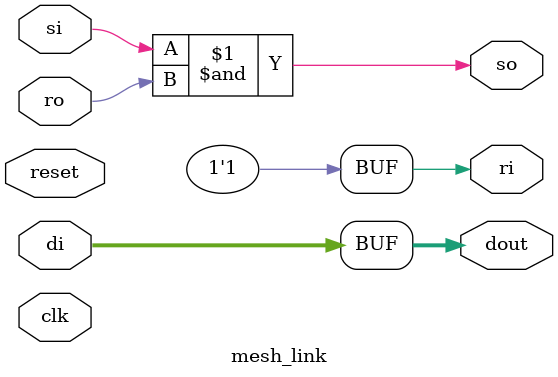
<source format=v>
`timescale 1ns/1ps
module mesh_link #(
  parameter integer WIDTH = 64
)(
  input  wire             clk,
  input  wire             reset,
  input  wire [WIDTH-1:0] di,
  input  wire             si,
  output wire             ri,
  output wire [WIDTH-1:0] dout,
  output wire             so,
  input  wire             ro
);
// TODO: simple 1-deep buffer placeholder
assign ri = 1'b1;
assign so = si & ro;
assign dout = di;
endmodule

</source>
